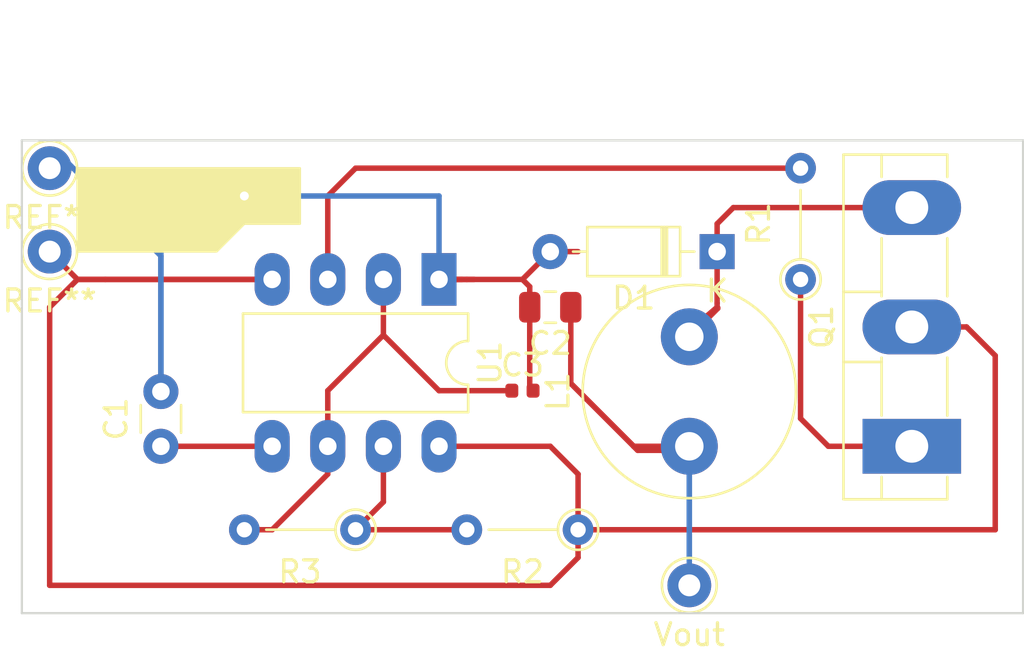
<source format=kicad_pcb>
(kicad_pcb (version 20171130) (host pcbnew "(5.1.5)-3")

  (general
    (thickness 1.6)
    (drawings 5)
    (tracks 91)
    (zones 0)
    (modules 13)
    (nets 10)
  )

  (page A4)
  (layers
    (0 F.Cu signal)
    (31 B.Cu signal)
    (39 F.Mask user)
    (40 Dwgs.User user)
    (44 Edge.Cuts user)
    (45 Margin user)
    (46 B.CrtYd user hide)
    (47 F.CrtYd user)
  )

  (setup
    (last_trace_width 0.25)
    (trace_clearance 0.2)
    (zone_clearance 0.508)
    (zone_45_only no)
    (trace_min 0.2)
    (via_size 0.8)
    (via_drill 0.4)
    (via_min_size 0.4)
    (via_min_drill 0.3)
    (uvia_size 0.3)
    (uvia_drill 0.1)
    (uvias_allowed no)
    (uvia_min_size 0.2)
    (uvia_min_drill 0.1)
    (edge_width 0.05)
    (segment_width 0.2)
    (pcb_text_width 0.3)
    (pcb_text_size 1.5 1.5)
    (mod_edge_width 0.12)
    (mod_text_size 1 1)
    (mod_text_width 0.15)
    (pad_size 2 2)
    (pad_drill 1)
    (pad_to_mask_clearance 0.051)
    (solder_mask_min_width 0.25)
    (aux_axis_origin 0 0)
    (visible_elements FFFFFF7F)
    (pcbplotparams
      (layerselection 0x010fc_ffffffff)
      (usegerberextensions false)
      (usegerberattributes false)
      (usegerberadvancedattributes false)
      (creategerberjobfile false)
      (excludeedgelayer true)
      (linewidth 0.100000)
      (plotframeref false)
      (viasonmask false)
      (mode 1)
      (useauxorigin false)
      (hpglpennumber 1)
      (hpglpenspeed 20)
      (hpglpendiameter 15.000000)
      (psnegative false)
      (psa4output false)
      (plotreference true)
      (plotvalue true)
      (plotinvisibletext false)
      (padsonsilk false)
      (subtractmaskfromsilk false)
      (outputformat 1)
      (mirror false)
      (drillshape 1)
      (scaleselection 1)
      (outputdirectory ""))
  )

  (net 0 "")
  (net 1 "Net-(C1-Pad1)")
  (net 2 GND)
  (net 3 Vout)
  (net 4 "Net-(C3-Pad1)")
  (net 5 "Net-(D1-Pad1)")
  (net 6 Vcc)
  (net 7 "Net-(R1-Pad2)")
  (net 8 "Net-(R2-Pad2)")
  (net 9 "Net-(Q1-Pad1)")

  (net_class Default "This is the default net class."
    (clearance 0.2)
    (trace_width 0.25)
    (via_dia 0.8)
    (via_drill 0.4)
    (uvia_dia 0.3)
    (uvia_drill 0.1)
    (add_net GND)
    (add_net "Net-(C1-Pad1)")
    (add_net "Net-(C3-Pad1)")
    (add_net "Net-(D1-Pad1)")
    (add_net "Net-(Q1-Pad1)")
    (add_net "Net-(R1-Pad2)")
    (add_net "Net-(R2-Pad2)")
    (add_net Vcc)
    (add_net Vout)
  )

  (module Inductor_THT:L_Radial_D9.5mm_P5.00mm_Fastron_07HVP (layer F.Cu) (tedit 5AE59B06) (tstamp 5F4516E4)
    (at 161.29 114.3 90)
    (descr "Inductor, Radial series, Radial, pin pitch=5.00mm, , diameter=9.5mm, Fastron, 07HVP, http://www.fastrongroup.com/image-show/107/07HVP%2007HVP_T.pdf?type=Complete-DataSheet&productType=series")
    (tags "Inductor Radial series Radial pin pitch 5.00mm  diameter 9.5mm Fastron 07HVP")
    (path /5F45A633)
    (fp_text reference L1 (at 2.5 -6 90) (layer F.SilkS)
      (effects (font (size 1 1) (thickness 0.15)))
    )
    (fp_text value L (at 2.5 6 90) (layer F.Fab)
      (effects (font (size 1 1) (thickness 0.15)))
    )
    (fp_text user %R (at 2.5 0 90) (layer F.Fab)
      (effects (font (size 1 1) (thickness 0.15)))
    )
    (fp_circle (center 2.5 0) (end 7.5 0) (layer F.CrtYd) (width 0.05))
    (fp_circle (center 2.5 0) (end 7.37 0) (layer F.SilkS) (width 0.12))
    (fp_circle (center 2.5 0) (end 7.25 0) (layer F.Fab) (width 0.1))
    (pad 2 thru_hole circle (at 5 0 90) (size 2.6 2.6) (drill 1.3) (layers *.Cu *.Mask)
      (net 5 "Net-(D1-Pad1)"))
    (pad 1 thru_hole circle (at 0 0 90) (size 2.6 2.6) (drill 1.3) (layers *.Cu *.Mask)
      (net 3 Vout))
    (model ${KISYS3DMOD}/Inductor_THT.3dshapes/L_Radial_D9.5mm_P5.00mm_Fastron_07HVP.wrl
      (at (xyz 0 0 0))
      (scale (xyz 1 1 1))
      (rotate (xyz 0 0 0))
    )
  )

  (module Connector_Pin:Pin_D1.0mm_L10.0mm (layer F.Cu) (tedit 5A1DC084) (tstamp 5F45DD6A)
    (at 161.29 120.65)
    (descr "solder Pin_ diameter 1.0mm, hole diameter 1.0mm (press fit), length 10.0mm")
    (tags "solder Pin_ press fit")
    (fp_text reference Vout (at 0 2.25) (layer F.SilkS)
      (effects (font (size 1 1) (thickness 0.15)))
    )
    (fp_text value Pin_D1.0mm_L10.0mm (at 0 -2.05) (layer F.Fab)
      (effects (font (size 1 1) (thickness 0.15)))
    )
    (fp_circle (center 0 0) (end 1.25 0.05) (layer F.SilkS) (width 0.12))
    (fp_circle (center 0 0) (end 1 0) (layer F.Fab) (width 0.12))
    (fp_circle (center 0 0) (end 0.5 0) (layer F.Fab) (width 0.12))
    (fp_circle (center 0 0) (end 1.5 0) (layer F.CrtYd) (width 0.05))
    (fp_text user %R (at 0 2.25) (layer F.Fab)
      (effects (font (size 1 1) (thickness 0.15)))
    )
    (pad 1 thru_hole circle (at 0 0) (size 2 2) (drill 1) (layers *.Cu *.Mask))
    (model ${KISYS3DMOD}/Connector_Pin.3dshapes/Pin_D1.0mm_L10.0mm.wrl
      (at (xyz 0 0 0))
      (scale (xyz 1 1 1))
      (rotate (xyz 0 0 0))
    )
  )

  (module Connector_Pin:Pin_D1.0mm_L10.0mm (layer F.Cu) (tedit 5A1DC084) (tstamp 5F45DD19)
    (at 132.08 101.6)
    (descr "solder Pin_ diameter 1.0mm, hole diameter 1.0mm (press fit), length 10.0mm")
    (tags "solder Pin_ press fit")
    (fp_text reference REF** (at 0 2.25) (layer F.SilkS)
      (effects (font (size 1 1) (thickness 0.15)))
    )
    (fp_text value Pin_D1.0mm_L10.0mm (at 0 -2.05) (layer F.Fab)
      (effects (font (size 1 1) (thickness 0.15)))
    )
    (fp_circle (center 0 0) (end 1.25 0.05) (layer F.SilkS) (width 0.12))
    (fp_circle (center 0 0) (end 1 0) (layer F.Fab) (width 0.12))
    (fp_circle (center 0 0) (end 0.5 0) (layer F.Fab) (width 0.12))
    (fp_circle (center 0 0) (end 1.5 0) (layer F.CrtYd) (width 0.05))
    (fp_text user %R (at 0 2.25) (layer F.Fab)
      (effects (font (size 1 1) (thickness 0.15)))
    )
    (pad 1 thru_hole circle (at 0 0) (size 2 2) (drill 1) (layers *.Cu *.Mask))
    (model ${KISYS3DMOD}/Connector_Pin.3dshapes/Pin_D1.0mm_L10.0mm.wrl
      (at (xyz 0 0 0))
      (scale (xyz 1 1 1))
      (rotate (xyz 0 0 0))
    )
  )

  (module Connector_Pin:Pin_D1.0mm_L10.0mm (layer F.Cu) (tedit 5F44E9F8) (tstamp 5F45DB1A)
    (at 132.08 105.41)
    (descr "solder Pin_ diameter 1.0mm, hole diameter 1.0mm (press fit), length 10.0mm")
    (tags "solder Pin_ press fit")
    (fp_text reference REF** (at 0 2.25) (layer F.SilkS)
      (effects (font (size 1 1) (thickness 0.15)))
    )
    (fp_text value Pin_D1.0mm_L10.0mm (at 0 -2.05) (layer F.Fab)
      (effects (font (size 1 1) (thickness 0.15)))
    )
    (fp_circle (center 0 0) (end 1.25 0.05) (layer F.SilkS) (width 0.12))
    (fp_circle (center 0 0) (end 1 0) (layer F.Fab) (width 0.12))
    (fp_circle (center 0 0) (end 0.5 0) (layer F.Fab) (width 0.12))
    (fp_circle (center 0 0) (end 1.5 0) (layer F.CrtYd) (width 0.05))
    (fp_text user %R (at 0 2.25) (layer F.Fab)
      (effects (font (size 1 1) (thickness 0.15)))
    )
    (pad 2 thru_hole circle (at 0 0) (size 2 2) (drill 1) (layers *.Cu *.Mask))
    (model ${KISYS3DMOD}/Connector_Pin.3dshapes/Pin_D1.0mm_L10.0mm.wrl
      (at (xyz 0 0 0))
      (scale (xyz 1 1 1))
      (rotate (xyz 0 0 0))
    )
  )

  (module Capacitor_SMD:C_0805_2012Metric (layer F.Cu) (tedit 5B36C52B) (tstamp 5F451691)
    (at 154.94 107.95 180)
    (descr "Capacitor SMD 0805 (2012 Metric), square (rectangular) end terminal, IPC_7351 nominal, (Body size source: https://docs.google.com/spreadsheets/d/1BsfQQcO9C6DZCsRaXUlFlo91Tg2WpOkGARC1WS5S8t0/edit?usp=sharing), generated with kicad-footprint-generator")
    (tags capacitor)
    (path /5F45C9CF)
    (attr smd)
    (fp_text reference C2 (at 0 -1.65) (layer F.SilkS)
      (effects (font (size 1 1) (thickness 0.15)))
    )
    (fp_text value C_Small (at 0 1.65) (layer F.Fab)
      (effects (font (size 1 1) (thickness 0.15)))
    )
    (fp_line (start -1 0.6) (end -1 -0.6) (layer F.Fab) (width 0.1))
    (fp_line (start -1 -0.6) (end 1 -0.6) (layer F.Fab) (width 0.1))
    (fp_line (start 1 -0.6) (end 1 0.6) (layer F.Fab) (width 0.1))
    (fp_line (start 1 0.6) (end -1 0.6) (layer F.Fab) (width 0.1))
    (fp_line (start -0.258578 -0.71) (end 0.258578 -0.71) (layer F.SilkS) (width 0.12))
    (fp_line (start -0.258578 0.71) (end 0.258578 0.71) (layer F.SilkS) (width 0.12))
    (fp_line (start -1.68 0.95) (end -1.68 -0.95) (layer F.CrtYd) (width 0.05))
    (fp_line (start -1.68 -0.95) (end 1.68 -0.95) (layer F.CrtYd) (width 0.05))
    (fp_line (start 1.68 -0.95) (end 1.68 0.95) (layer F.CrtYd) (width 0.05))
    (fp_line (start 1.68 0.95) (end -1.68 0.95) (layer F.CrtYd) (width 0.05))
    (fp_text user %R (at 0 0) (layer F.Fab)
      (effects (font (size 0.5 0.5) (thickness 0.08)))
    )
    (pad 1 smd roundrect (at -0.9375 0 180) (size 0.975 1.4) (layers F.Cu F.Paste F.Mask) (roundrect_rratio 0.25)
      (net 3 Vout))
    (pad 2 smd roundrect (at 0.9375 0 180) (size 0.975 1.4) (layers F.Cu F.Paste F.Mask) (roundrect_rratio 0.25)
      (net 2 GND))
    (model ${KISYS3DMOD}/Capacitor_SMD.3dshapes/C_0805_2012Metric.wrl
      (at (xyz 0 0 0))
      (scale (xyz 1 1 1))
      (rotate (xyz 0 0 0))
    )
  )

  (module Package_DIP:DIP-8_W7.62mm_LongPads (layer F.Cu) (tedit 5A02E8C5) (tstamp 5F451742)
    (at 149.86 106.68 270)
    (descr "8-lead though-hole mounted DIP package, row spacing 7.62 mm (300 mils), LongPads")
    (tags "THT DIP DIL PDIP 2.54mm 7.62mm 300mil LongPads")
    (path /5F44AF13)
    (fp_text reference U1 (at 3.81 -2.33 90) (layer F.SilkS)
      (effects (font (size 1 1) (thickness 0.15)))
    )
    (fp_text value NE555 (at 3.81 9.95 90) (layer F.Fab)
      (effects (font (size 1 1) (thickness 0.15)))
    )
    (fp_arc (start 3.81 -1.33) (end 2.81 -1.33) (angle -180) (layer F.SilkS) (width 0.12))
    (fp_line (start 1.635 -1.27) (end 6.985 -1.27) (layer F.Fab) (width 0.1))
    (fp_line (start 6.985 -1.27) (end 6.985 8.89) (layer F.Fab) (width 0.1))
    (fp_line (start 6.985 8.89) (end 0.635 8.89) (layer F.Fab) (width 0.1))
    (fp_line (start 0.635 8.89) (end 0.635 -0.27) (layer F.Fab) (width 0.1))
    (fp_line (start 0.635 -0.27) (end 1.635 -1.27) (layer F.Fab) (width 0.1))
    (fp_line (start 2.81 -1.33) (end 1.56 -1.33) (layer F.SilkS) (width 0.12))
    (fp_line (start 1.56 -1.33) (end 1.56 8.95) (layer F.SilkS) (width 0.12))
    (fp_line (start 1.56 8.95) (end 6.06 8.95) (layer F.SilkS) (width 0.12))
    (fp_line (start 6.06 8.95) (end 6.06 -1.33) (layer F.SilkS) (width 0.12))
    (fp_line (start 6.06 -1.33) (end 4.81 -1.33) (layer F.SilkS) (width 0.12))
    (fp_line (start -1.45 -1.55) (end -1.45 9.15) (layer F.CrtYd) (width 0.05))
    (fp_line (start -1.45 9.15) (end 9.1 9.15) (layer F.CrtYd) (width 0.05))
    (fp_line (start 9.1 9.15) (end 9.1 -1.55) (layer F.CrtYd) (width 0.05))
    (fp_line (start 9.1 -1.55) (end -1.45 -1.55) (layer F.CrtYd) (width 0.05))
    (fp_text user %R (at -11.635001 -7.925001 90) (layer F.Fab)
      (effects (font (size 1 1) (thickness 0.15)))
    )
    (pad 1 thru_hole rect (at 0 0 270) (size 2.4 1.6) (drill 0.8) (layers *.Cu *.Mask)
      (net 2 GND))
    (pad 5 thru_hole oval (at 7.62 7.62 270) (size 2.4 1.6) (drill 0.8) (layers *.Cu *.Mask)
      (net 1 "Net-(C1-Pad1)"))
    (pad 2 thru_hole oval (at 0 2.54 270) (size 2.4 1.6) (drill 0.8) (layers *.Cu *.Mask)
      (net 4 "Net-(C3-Pad1)"))
    (pad 6 thru_hole oval (at 7.62 5.08 270) (size 2.4 1.6) (drill 0.8) (layers *.Cu *.Mask)
      (net 4 "Net-(C3-Pad1)"))
    (pad 3 thru_hole oval (at 0 5.08 270) (size 2.4 1.6) (drill 0.8) (layers *.Cu *.Mask)
      (net 7 "Net-(R1-Pad2)"))
    (pad 7 thru_hole oval (at 7.62 2.54 270) (size 2.4 1.6) (drill 0.8) (layers *.Cu *.Mask)
      (net 8 "Net-(R2-Pad2)"))
    (pad 4 thru_hole oval (at 0 7.62 270) (size 2.4 1.6) (drill 0.8) (layers *.Cu *.Mask)
      (net 6 Vcc))
    (pad 8 thru_hole oval (at 7.62 0 270) (size 2.4 1.6) (drill 0.8) (layers *.Cu *.Mask)
      (net 6 Vcc))
    (model ${KISYS3DMOD}/Package_DIP.3dshapes/DIP-8_W7.62mm.wrl
      (at (xyz 0 0 0))
      (scale (xyz 1 1 1))
      (rotate (xyz 0 0 0))
    )
  )

  (module Capacitor_THT:C_Disc_D3.0mm_W1.6mm_P2.50mm (layer F.Cu) (tedit 5AE50EF0) (tstamp 5F451680)
    (at 137.16 114.3 90)
    (descr "C, Disc series, Radial, pin pitch=2.50mm, , diameter*width=3.0*1.6mm^2, Capacitor, http://www.vishay.com/docs/45233/krseries.pdf")
    (tags "C Disc series Radial pin pitch 2.50mm  diameter 3.0mm width 1.6mm Capacitor")
    (path /5F468CE5)
    (fp_text reference C1 (at 1.25 -2.05 90) (layer F.SilkS)
      (effects (font (size 1 1) (thickness 0.15)))
    )
    (fp_text value C_Small (at 1.25 2.05 90) (layer F.Fab)
      (effects (font (size 1 1) (thickness 0.15)))
    )
    (fp_line (start -0.25 -0.8) (end -0.25 0.8) (layer F.Fab) (width 0.1))
    (fp_line (start -0.25 0.8) (end 2.75 0.8) (layer F.Fab) (width 0.1))
    (fp_line (start 2.75 0.8) (end 2.75 -0.8) (layer F.Fab) (width 0.1))
    (fp_line (start 2.75 -0.8) (end -0.25 -0.8) (layer F.Fab) (width 0.1))
    (fp_line (start 0.621 -0.92) (end 1.879 -0.92) (layer F.SilkS) (width 0.12))
    (fp_line (start 0.621 0.92) (end 1.879 0.92) (layer F.SilkS) (width 0.12))
    (fp_line (start -1.05 -1.05) (end -1.05 1.05) (layer F.CrtYd) (width 0.05))
    (fp_line (start -1.05 1.05) (end 3.55 1.05) (layer F.CrtYd) (width 0.05))
    (fp_line (start 3.55 1.05) (end 3.55 -1.05) (layer F.CrtYd) (width 0.05))
    (fp_line (start 3.55 -1.05) (end -1.05 -1.05) (layer F.CrtYd) (width 0.05))
    (fp_text user %R (at 1.25 0 90) (layer F.Fab)
      (effects (font (size 0.6 0.6) (thickness 0.09)))
    )
    (pad 1 thru_hole circle (at 0 0 90) (size 1.6 1.6) (drill 0.8) (layers *.Cu *.Mask)
      (net 1 "Net-(C1-Pad1)"))
    (pad 2 thru_hole circle (at 2.5 0 90) (size 1.6 1.6) (drill 0.8) (layers *.Cu *.Mask)
      (net 2 GND))
    (model ${KISYS3DMOD}/Capacitor_THT.3dshapes/C_Disc_D3.0mm_W1.6mm_P2.50mm.wrl
      (at (xyz 0 0 0))
      (scale (xyz 1 1 1))
      (rotate (xyz 0 0 0))
    )
  )

  (module Capacitor_SMD:C_0402_1005Metric (layer F.Cu) (tedit 5B301BBE) (tstamp 5F4516A0)
    (at 153.67 111.76)
    (descr "Capacitor SMD 0402 (1005 Metric), square (rectangular) end terminal, IPC_7351 nominal, (Body size source: http://www.tortai-tech.com/upload/download/2011102023233369053.pdf), generated with kicad-footprint-generator")
    (tags capacitor)
    (path /5F462903)
    (attr smd)
    (fp_text reference C3 (at 0 -1.17) (layer F.SilkS)
      (effects (font (size 1 1) (thickness 0.15)))
    )
    (fp_text value C_Small (at 0 1.17) (layer F.Fab)
      (effects (font (size 1 1) (thickness 0.15)))
    )
    (fp_line (start -0.5 0.25) (end -0.5 -0.25) (layer F.Fab) (width 0.1))
    (fp_line (start -0.5 -0.25) (end 0.5 -0.25) (layer F.Fab) (width 0.1))
    (fp_line (start 0.5 -0.25) (end 0.5 0.25) (layer F.Fab) (width 0.1))
    (fp_line (start 0.5 0.25) (end -0.5 0.25) (layer F.Fab) (width 0.1))
    (fp_line (start -0.93 0.47) (end -0.93 -0.47) (layer F.CrtYd) (width 0.05))
    (fp_line (start -0.93 -0.47) (end 0.93 -0.47) (layer F.CrtYd) (width 0.05))
    (fp_line (start 0.93 -0.47) (end 0.93 0.47) (layer F.CrtYd) (width 0.05))
    (fp_line (start 0.93 0.47) (end -0.93 0.47) (layer F.CrtYd) (width 0.05))
    (fp_text user %R (at 0 0) (layer F.Fab)
      (effects (font (size 0.25 0.25) (thickness 0.04)))
    )
    (pad 1 smd roundrect (at -0.485 0) (size 0.59 0.64) (layers F.Cu F.Paste F.Mask) (roundrect_rratio 0.25)
      (net 4 "Net-(C3-Pad1)"))
    (pad 2 smd roundrect (at 0.485 0) (size 0.59 0.64) (layers F.Cu F.Paste F.Mask) (roundrect_rratio 0.25)
      (net 2 GND))
    (model ${KISYS3DMOD}/Capacitor_SMD.3dshapes/C_0402_1005Metric.wrl
      (at (xyz 0 0 0))
      (scale (xyz 1 1 1))
      (rotate (xyz 0 0 0))
    )
  )

  (module Diode_THT:D_DO-35_SOD27_P7.62mm_Horizontal (layer F.Cu) (tedit 5AE50CD5) (tstamp 5F4516BF)
    (at 162.56 105.41 180)
    (descr "Diode, DO-35_SOD27 series, Axial, Horizontal, pin pitch=7.62mm, , length*diameter=4*2mm^2, , http://www.diodes.com/_files/packages/DO-35.pdf")
    (tags "Diode DO-35_SOD27 series Axial Horizontal pin pitch 7.62mm  length 4mm diameter 2mm")
    (path /5F44F667)
    (fp_text reference D1 (at 3.81 -2.12) (layer F.SilkS)
      (effects (font (size 1 1) (thickness 0.15)))
    )
    (fp_text value 1N4148 (at 3.81 2.12) (layer F.Fab)
      (effects (font (size 1 1) (thickness 0.15)))
    )
    (fp_line (start 1.81 -1) (end 1.81 1) (layer F.Fab) (width 0.1))
    (fp_line (start 1.81 1) (end 5.81 1) (layer F.Fab) (width 0.1))
    (fp_line (start 5.81 1) (end 5.81 -1) (layer F.Fab) (width 0.1))
    (fp_line (start 5.81 -1) (end 1.81 -1) (layer F.Fab) (width 0.1))
    (fp_line (start 0 0) (end 1.81 0) (layer F.Fab) (width 0.1))
    (fp_line (start 7.62 0) (end 5.81 0) (layer F.Fab) (width 0.1))
    (fp_line (start 2.41 -1) (end 2.41 1) (layer F.Fab) (width 0.1))
    (fp_line (start 2.51 -1) (end 2.51 1) (layer F.Fab) (width 0.1))
    (fp_line (start 2.31 -1) (end 2.31 1) (layer F.Fab) (width 0.1))
    (fp_line (start 1.69 -1.12) (end 1.69 1.12) (layer F.SilkS) (width 0.12))
    (fp_line (start 1.69 1.12) (end 5.93 1.12) (layer F.SilkS) (width 0.12))
    (fp_line (start 5.93 1.12) (end 5.93 -1.12) (layer F.SilkS) (width 0.12))
    (fp_line (start 5.93 -1.12) (end 1.69 -1.12) (layer F.SilkS) (width 0.12))
    (fp_line (start 1.04 0) (end 1.69 0) (layer F.SilkS) (width 0.12))
    (fp_line (start 6.58 0) (end 5.93 0) (layer F.SilkS) (width 0.12))
    (fp_line (start 2.41 -1.12) (end 2.41 1.12) (layer F.SilkS) (width 0.12))
    (fp_line (start 2.53 -1.12) (end 2.53 1.12) (layer F.SilkS) (width 0.12))
    (fp_line (start 2.29 -1.12) (end 2.29 1.12) (layer F.SilkS) (width 0.12))
    (fp_line (start -1.05 -1.25) (end -1.05 1.25) (layer F.CrtYd) (width 0.05))
    (fp_line (start -1.05 1.25) (end 8.67 1.25) (layer F.CrtYd) (width 0.05))
    (fp_line (start 8.67 1.25) (end 8.67 -1.25) (layer F.CrtYd) (width 0.05))
    (fp_line (start 8.67 -1.25) (end -1.05 -1.25) (layer F.CrtYd) (width 0.05))
    (fp_text user %R (at 4.11 0) (layer F.Fab)
      (effects (font (size 0.8 0.8) (thickness 0.12)))
    )
    (fp_text user K (at 0 -1.8) (layer F.Fab)
      (effects (font (size 1 1) (thickness 0.15)))
    )
    (fp_text user K (at 0 -1.8) (layer F.SilkS)
      (effects (font (size 1 1) (thickness 0.15)))
    )
    (pad 1 thru_hole rect (at 0 0 180) (size 1.6 1.6) (drill 0.8) (layers *.Cu *.Mask)
      (net 5 "Net-(D1-Pad1)"))
    (pad 2 thru_hole oval (at 7.62 0 180) (size 1.6 1.6) (drill 0.8) (layers *.Cu *.Mask)
      (net 2 GND))
    (model ${KISYS3DMOD}/Diode_THT.3dshapes/D_DO-35_SOD27_P7.62mm_Horizontal.wrl
      (at (xyz 0 0 0))
      (scale (xyz 1 1 1))
      (rotate (xyz 0 0 0))
    )
  )

  (module Resistor_THT:R_Axial_DIN0204_L3.6mm_D1.6mm_P5.08mm_Vertical (layer F.Cu) (tedit 5AE5139B) (tstamp 5F451708)
    (at 166.37 106.68 90)
    (descr "Resistor, Axial_DIN0204 series, Axial, Vertical, pin pitch=5.08mm, 0.167W, length*diameter=3.6*1.6mm^2, http://cdn-reichelt.de/documents/datenblatt/B400/1_4W%23YAG.pdf")
    (tags "Resistor Axial_DIN0204 series Axial Vertical pin pitch 5.08mm 0.167W length 3.6mm diameter 1.6mm")
    (path /5F46AC3A)
    (fp_text reference R1 (at 2.54 -1.92 90) (layer F.SilkS)
      (effects (font (size 1 1) (thickness 0.15)))
    )
    (fp_text value R_Small (at 2.54 1.92 90) (layer F.Fab)
      (effects (font (size 1 1) (thickness 0.15)))
    )
    (fp_circle (center 0 0) (end 0.8 0) (layer F.Fab) (width 0.1))
    (fp_circle (center 0 0) (end 0.92 0) (layer F.SilkS) (width 0.12))
    (fp_line (start 0 0) (end 5.08 0) (layer F.Fab) (width 0.1))
    (fp_line (start 0.92 0) (end 4.08 0) (layer F.SilkS) (width 0.12))
    (fp_line (start -1.05 -1.05) (end -1.05 1.05) (layer F.CrtYd) (width 0.05))
    (fp_line (start -1.05 1.05) (end 6.03 1.05) (layer F.CrtYd) (width 0.05))
    (fp_line (start 6.03 1.05) (end 6.03 -1.05) (layer F.CrtYd) (width 0.05))
    (fp_line (start 6.03 -1.05) (end -1.05 -1.05) (layer F.CrtYd) (width 0.05))
    (fp_text user %R (at 2.54 -1.92 90) (layer F.Fab)
      (effects (font (size 1 1) (thickness 0.15)))
    )
    (pad 1 thru_hole circle (at 0 0 90) (size 1.4 1.4) (drill 0.7) (layers *.Cu *.Mask)
      (net 9 "Net-(Q1-Pad1)"))
    (pad 2 thru_hole oval (at 5.08 0 90) (size 1.4 1.4) (drill 0.7) (layers *.Cu *.Mask)
      (net 7 "Net-(R1-Pad2)"))
    (model ${KISYS3DMOD}/Resistor_THT.3dshapes/R_Axial_DIN0204_L3.6mm_D1.6mm_P5.08mm_Vertical.wrl
      (at (xyz 0 0 0))
      (scale (xyz 1 1 1))
      (rotate (xyz 0 0 0))
    )
  )

  (module Resistor_THT:R_Axial_DIN0204_L3.6mm_D1.6mm_P5.08mm_Vertical (layer F.Cu) (tedit 5AE5139B) (tstamp 5F451717)
    (at 156.21 118.11 180)
    (descr "Resistor, Axial_DIN0204 series, Axial, Vertical, pin pitch=5.08mm, 0.167W, length*diameter=3.6*1.6mm^2, http://cdn-reichelt.de/documents/datenblatt/B400/1_4W%23YAG.pdf")
    (tags "Resistor Axial_DIN0204 series Axial Vertical pin pitch 5.08mm 0.167W length 3.6mm diameter 1.6mm")
    (path /5F465E96)
    (fp_text reference R2 (at 2.54 -1.92) (layer F.SilkS)
      (effects (font (size 1 1) (thickness 0.15)))
    )
    (fp_text value R_Small (at 2.54 1.92) (layer F.Fab)
      (effects (font (size 1 1) (thickness 0.15)))
    )
    (fp_circle (center 0 0) (end 0.8 0) (layer F.Fab) (width 0.1))
    (fp_circle (center 0 0) (end 0.92 0) (layer F.SilkS) (width 0.12))
    (fp_line (start 0 0) (end 5.08 0) (layer F.Fab) (width 0.1))
    (fp_line (start 0.92 0) (end 4.08 0) (layer F.SilkS) (width 0.12))
    (fp_line (start -1.05 -1.05) (end -1.05 1.05) (layer F.CrtYd) (width 0.05))
    (fp_line (start -1.05 1.05) (end 6.03 1.05) (layer F.CrtYd) (width 0.05))
    (fp_line (start 6.03 1.05) (end 6.03 -1.05) (layer F.CrtYd) (width 0.05))
    (fp_line (start 6.03 -1.05) (end -1.05 -1.05) (layer F.CrtYd) (width 0.05))
    (fp_text user %R (at 2.54 -1.92) (layer F.Fab)
      (effects (font (size 1 1) (thickness 0.15)))
    )
    (pad 1 thru_hole circle (at 0 0 180) (size 1.4 1.4) (drill 0.7) (layers *.Cu *.Mask)
      (net 6 Vcc))
    (pad 2 thru_hole oval (at 5.08 0 180) (size 1.4 1.4) (drill 0.7) (layers *.Cu *.Mask)
      (net 8 "Net-(R2-Pad2)"))
    (model ${KISYS3DMOD}/Resistor_THT.3dshapes/R_Axial_DIN0204_L3.6mm_D1.6mm_P5.08mm_Vertical.wrl
      (at (xyz 0 0 0))
      (scale (xyz 1 1 1))
      (rotate (xyz 0 0 0))
    )
  )

  (module Resistor_THT:R_Axial_DIN0204_L3.6mm_D1.6mm_P5.08mm_Vertical (layer F.Cu) (tedit 5AE5139B) (tstamp 5F451726)
    (at 146.05 118.11 180)
    (descr "Resistor, Axial_DIN0204 series, Axial, Vertical, pin pitch=5.08mm, 0.167W, length*diameter=3.6*1.6mm^2, http://cdn-reichelt.de/documents/datenblatt/B400/1_4W%23YAG.pdf")
    (tags "Resistor Axial_DIN0204 series Axial Vertical pin pitch 5.08mm 0.167W length 3.6mm diameter 1.6mm")
    (path /5F467567)
    (fp_text reference R3 (at 2.54 -1.92) (layer F.SilkS)
      (effects (font (size 1 1) (thickness 0.15)))
    )
    (fp_text value R_Small (at 2.54 1.92) (layer F.Fab)
      (effects (font (size 1 1) (thickness 0.15)))
    )
    (fp_text user %R (at 2.54 -1.92) (layer F.Fab)
      (effects (font (size 1 1) (thickness 0.15)))
    )
    (fp_line (start 6.03 -1.05) (end -1.05 -1.05) (layer F.CrtYd) (width 0.05))
    (fp_line (start 6.03 1.05) (end 6.03 -1.05) (layer F.CrtYd) (width 0.05))
    (fp_line (start -1.05 1.05) (end 6.03 1.05) (layer F.CrtYd) (width 0.05))
    (fp_line (start -1.05 -1.05) (end -1.05 1.05) (layer F.CrtYd) (width 0.05))
    (fp_line (start 0.92 0) (end 4.08 0) (layer F.SilkS) (width 0.12))
    (fp_line (start 0 0) (end 5.08 0) (layer F.Fab) (width 0.1))
    (fp_circle (center 0 0) (end 0.92 0) (layer F.SilkS) (width 0.12))
    (fp_circle (center 0 0) (end 0.8 0) (layer F.Fab) (width 0.1))
    (pad 2 thru_hole oval (at 5.08 0 180) (size 1.4 1.4) (drill 0.7) (layers *.Cu *.Mask)
      (net 4 "Net-(C3-Pad1)"))
    (pad 1 thru_hole circle (at 0 0 180) (size 1.4 1.4) (drill 0.7) (layers *.Cu *.Mask)
      (net 8 "Net-(R2-Pad2)"))
    (model ${KISYS3DMOD}/Resistor_THT.3dshapes/R_Axial_DIN0204_L3.6mm_D1.6mm_P5.08mm_Vertical.wrl
      (at (xyz 0 0 0))
      (scale (xyz 1 1 1))
      (rotate (xyz 0 0 0))
    )
  )

  (module Package_TO_SOT_THT:TO-3P-3_Vertical (layer F.Cu) (tedit 5AC8701B) (tstamp 5F451F56)
    (at 171.45 114.3 90)
    (descr "TO-3P-3, Vertical, RM 5.45mm, , see https://toshiba.semicon-storage.com/ap-en/design-support/package/detail.TO-3P(N).html")
    (tags "TO-3P-3 Vertical RM 5.45mm ")
    (path /5F4748D1)
    (fp_text reference Q1 (at 5.45 -4.12 90) (layer F.SilkS)
      (effects (font (size 1 1) (thickness 0.15)))
    )
    (fp_text value Q_NPN_BCE (at 5.45 3.5 90) (layer F.Fab)
      (effects (font (size 1 1) (thickness 0.15)))
    )
    (fp_line (start -2.3 -3) (end -2.3 1.5) (layer F.Fab) (width 0.1))
    (fp_line (start -2.3 1.5) (end 13.2 1.5) (layer F.Fab) (width 0.1))
    (fp_line (start 13.2 1.5) (end 13.2 -3) (layer F.Fab) (width 0.1))
    (fp_line (start 13.2 -3) (end -2.3 -3) (layer F.Fab) (width 0.1))
    (fp_line (start -2.3 -1.5) (end 13.2 -1.5) (layer F.Fab) (width 0.1))
    (fp_line (start 3.85 -3) (end 3.85 -1.5) (layer F.Fab) (width 0.1))
    (fp_line (start 7.05 -3) (end 7.05 -1.5) (layer F.Fab) (width 0.1))
    (fp_line (start -2.42 -3.12) (end 13.32 -3.12) (layer F.SilkS) (width 0.12))
    (fp_line (start -2.42 1.62) (end -1.4 1.62) (layer F.SilkS) (width 0.12))
    (fp_line (start 1.4 1.62) (end 4.051 1.62) (layer F.SilkS) (width 0.12))
    (fp_line (start 6.85 1.62) (end 9.5 1.62) (layer F.SilkS) (width 0.12))
    (fp_line (start 12.3 1.62) (end 13.32 1.62) (layer F.SilkS) (width 0.12))
    (fp_line (start -2.42 -3.12) (end -2.42 1.62) (layer F.SilkS) (width 0.12))
    (fp_line (start 13.32 -3.12) (end 13.32 1.62) (layer F.SilkS) (width 0.12))
    (fp_line (start -2.42 -1.38) (end -1.4 -1.38) (layer F.SilkS) (width 0.12))
    (fp_line (start 1.4 -1.38) (end 4.051 -1.38) (layer F.SilkS) (width 0.12))
    (fp_line (start 6.85 -1.38) (end 9.5 -1.38) (layer F.SilkS) (width 0.12))
    (fp_line (start 12.3 -1.38) (end 13.32 -1.38) (layer F.SilkS) (width 0.12))
    (fp_line (start 3.85 -3.12) (end 3.85 -1.38) (layer F.SilkS) (width 0.12))
    (fp_line (start 7.051 -3.12) (end 7.051 -1.38) (layer F.SilkS) (width 0.12))
    (fp_line (start -2.55 -3.25) (end -2.55 2.5) (layer F.CrtYd) (width 0.05))
    (fp_line (start -2.55 2.5) (end 13.45 2.5) (layer F.CrtYd) (width 0.05))
    (fp_line (start 13.45 2.5) (end 13.45 -3.25) (layer F.CrtYd) (width 0.05))
    (fp_line (start 13.45 -3.25) (end -2.55 -3.25) (layer F.CrtYd) (width 0.05))
    (fp_text user %R (at 5.45 -4.12 90) (layer F.Fab)
      (effects (font (size 1 1) (thickness 0.15)))
    )
    (pad 1 thru_hole rect (at 0 0 90) (size 2.5 4.5) (drill 1.5) (layers *.Cu *.Mask)
      (net 9 "Net-(Q1-Pad1)"))
    (pad 2 thru_hole oval (at 5.45 0 90) (size 2.5 4.5) (drill 1.5) (layers *.Cu *.Mask)
      (net 6 Vcc))
    (pad 3 thru_hole oval (at 10.9 0 90) (size 2.5 4.5) (drill 1.5) (layers *.Cu *.Mask)
      (net 5 "Net-(D1-Pad1)"))
    (model ${KISYS3DMOD}/Package_TO_SOT_THT.3dshapes/TO-3P-3_Vertical.wrl
      (at (xyz 0 0 0))
      (scale (xyz 1 1 1))
      (rotate (xyz 0 0 0))
    )
  )

  (gr_poly (pts (xy 143.51 104.14) (xy 140.97 104.14) (xy 139.7 105.41) (xy 133.35 105.41) (xy 133.35 101.6) (xy 143.51 101.6)) (layer F.SilkS) (width 0.1))
  (gr_line (start 176.53 100.33) (end 176.53 121.92) (layer Edge.Cuts) (width 0.1))
  (gr_line (start 130.81 100.33) (end 176.53 100.33) (layer Edge.Cuts) (width 0.1))
  (gr_line (start 130.81 121.92) (end 130.81 100.33) (layer Edge.Cuts) (width 0.1))
  (gr_line (start 176.53 121.92) (end 130.81 121.92) (layer Edge.Cuts) (width 0.1))

  (via (at 132.08 101.6) (size 0.8) (drill 0.4) (layers F.Cu B.Cu) (net 0))
  (via (at 132.08 101.6) (size 0.8) (drill 0.4) (layers F.Cu B.Cu) (net 0))
  (via (at 161.29 120.65) (size 0.8) (drill 0.4) (layers F.Cu B.Cu) (net 3))
  (segment (start 137.16 114.3) (end 142.24 114.3) (width 0.25) (layer F.Cu) (net 1))
  (segment (start 150.91 106.68) (end 149.86 106.68) (width 0.25) (layer F.Cu) (net 2))
  (segment (start 149.86 106.68) (end 149.86 106.68) (width 0.25) (layer F.Cu) (net 2))
  (segment (start 154.94 105.41) (end 153.67 106.68) (width 0.25) (layer F.Cu) (net 2))
  (segment (start 153.67 106.68) (end 151.13 106.68) (width 0.25) (layer F.Cu) (net 2))
  (segment (start 151.13 106.68) (end 149.86 106.68) (width 0.25) (layer F.Cu) (net 2))
  (segment (start 154.94 105.41) (end 156.21 105.41) (width 0.25) (layer F.Cu) (net 2))
  (segment (start 149.86 106.68) (end 151.4625 106.68) (width 0.25) (layer F.Cu) (net 2) (tstamp 5F45D9AF))
  (via (at 149.86 106.68) (size 0.8) (drill 0.4) (layers F.Cu B.Cu) (net 2))
  (segment (start 149.86 102.87) (end 149.86 106.68) (width 0.25) (layer B.Cu) (net 2))
  (segment (start 138.43 102.87) (end 140.97 102.87) (width 0.25) (layer B.Cu) (net 2))
  (segment (start 137.16 104.14) (end 138.43 102.87) (width 0.25) (layer B.Cu) (net 2))
  (segment (start 137.16 105.41) (end 137.16 104.14) (width 0.25) (layer B.Cu) (net 2) (tstamp 5F45D9B9))
  (segment (start 137.16 105.41) (end 137.16 111.76) (width 0.25) (layer B.Cu) (net 2))
  (segment (start 149.86 106.68) (end 149.86 106.68) (width 0.25) (layer B.Cu) (net 2) (tstamp 5F45DC63))
  (via (at 149.86 106.68) (size 0.8) (drill 0.4) (layers F.Cu B.Cu) (net 2))
  (segment (start 140.97 102.87) (end 140.97 102.87) (width 0.25) (layer B.Cu) (net 2) (tstamp 5F45DC8C))
  (via (at 140.97 102.87) (size 0.8) (drill 0.4) (layers F.Cu B.Cu) (net 2))
  (segment (start 140.97 102.87) (end 149.86 102.87) (width 0.25) (layer B.Cu) (net 2) (tstamp 5F45DCDD))
  (via (at 140.97 102.87) (size 0.8) (drill 0.4) (layers F.Cu B.Cu) (net 2))
  (segment (start 137.16 111.76) (end 137.16 111.8) (width 0.25) (layer B.Cu) (net 2) (tstamp 5F45DCE7))
  (via (at 137.16 111.76) (size 0.8) (drill 0.4) (layers F.Cu B.Cu) (net 2))
  (segment (start 137.16 105.606998) (end 132.428001 100.874999) (width 0.25) (layer B.Cu) (net 2))
  (segment (start 137.16 111.76) (end 137.16 105.606998) (width 0.25) (layer B.Cu) (net 2))
  (segment (start 132.428001 100.874999) (end 132.08 100.874999) (width 0.25) (layer B.Cu) (net 2))
  (segment (start 154.0025 107.0125) (end 154.0025 107.95) (width 0.25) (layer F.Cu) (net 2))
  (segment (start 153.67 106.68) (end 154.0025 107.0125) (width 0.25) (layer F.Cu) (net 2))
  (segment (start 154.0025 111.6075) (end 154.155 111.76) (width 0.25) (layer F.Cu) (net 2))
  (segment (start 154.0025 107.95) (end 154.0025 111.6075) (width 0.25) (layer F.Cu) (net 2))
  (segment (start 155.8775 111.4275) (end 158.935 114.485) (width 0.25) (layer F.Cu) (net 3))
  (segment (start 161.29 114.485) (end 161.29 114.485) (width 0.25) (layer F.Cu) (net 3) (tstamp 5F45DD1B))
  (segment (start 161.29 114.485) (end 161.29 114.485) (width 0.25) (layer F.Cu) (net 3) (tstamp 5F45DD2C))
  (via (at 161.29 114.485) (size 0.8) (drill 0.4) (layers F.Cu B.Cu) (net 3))
  (segment (start 161.29 114.485) (end 161.29 120.65) (width 0.25) (layer B.Cu) (net 3))
  (segment (start 158.935 114.485) (end 158.75 114.3) (width 0.25) (layer F.Cu) (net 3))
  (segment (start 161.29 114.485) (end 158.935 114.485) (width 0.25) (layer F.Cu) (net 3))
  (segment (start 161.29 114.3) (end 161.29 119.324999) (width 0.25) (layer B.Cu) (net 3))
  (segment (start 155.8775 107.95) (end 155.8775 111.4275) (width 0.25) (layer F.Cu) (net 3))
  (segment (start 158.75 114.3) (end 161.29 114.3) (width 0.25) (layer F.Cu) (net 3))
  (segment (start 155.8775 111.4275) (end 158.75 114.3) (width 0.25) (layer F.Cu) (net 3))
  (segment (start 141.15 118.11) (end 140.97 118.11) (width 0.25) (layer F.Cu) (net 4))
  (segment (start 140.67 117.81) (end 140.97 118.11) (width 0.25) (layer F.Cu) (net 4))
  (segment (start 147.32 106.68) (end 147.32 109.22) (width 0.25) (layer F.Cu) (net 4))
  (segment (start 147.32 109.22) (end 144.78 111.76) (width 0.25) (layer F.Cu) (net 4))
  (segment (start 144.78 111.76) (end 144.78 114.3) (width 0.25) (layer F.Cu) (net 4))
  (segment (start 142.24 118.11) (end 140.97 118.11) (width 0.25) (layer F.Cu) (net 4))
  (segment (start 144.78 114.3) (end 144.78 115.57) (width 0.25) (layer F.Cu) (net 4))
  (segment (start 144.78 115.57) (end 142.24 118.11) (width 0.25) (layer F.Cu) (net 4))
  (segment (start 147.32 109.22) (end 149.86 111.76) (width 0.25) (layer F.Cu) (net 4))
  (segment (start 149.86 111.76) (end 153.185 111.76) (width 0.25) (layer F.Cu) (net 4))
  (segment (start 162.56 105.41) (end 162.56 107.765) (width 0.25) (layer F.Cu) (net 5))
  (segment (start 162.56 104.14) (end 162.56 105.41) (width 0.25) (layer F.Cu) (net 5))
  (segment (start 171.45 103.4) (end 163.3 103.4) (width 0.25) (layer F.Cu) (net 5))
  (segment (start 163.3 103.4) (end 162.56 104.14) (width 0.25) (layer F.Cu) (net 5))
  (segment (start 162.56 107.765) (end 162.56 107.95) (width 0.25) (layer F.Cu) (net 5))
  (segment (start 162.56 107.95) (end 161.29 109.035) (width 0.25) (layer F.Cu) (net 5))
  (segment (start 162.589999 107.979999) (end 162.56 107.95) (width 0.25) (layer F.Cu) (net 5))
  (segment (start 162.589999 108.000001) (end 162.589999 107.979999) (width 0.25) (layer F.Cu) (net 5))
  (segment (start 161.29 109.3) (end 162.589999 108.000001) (width 0.25) (layer F.Cu) (net 5))
  (segment (start 175.26 118.11) (end 156.21 118.11) (width 0.25) (layer F.Cu) (net 6))
  (segment (start 149.86 114.3) (end 154.94 114.3) (width 0.25) (layer F.Cu) (net 6))
  (segment (start 156.21 115.57) (end 156.21 118.11) (width 0.25) (layer F.Cu) (net 6))
  (segment (start 154.94 114.3) (end 156.21 115.57) (width 0.25) (layer F.Cu) (net 6))
  (segment (start 173.95 108.85) (end 175.26 110.16) (width 0.25) (layer F.Cu) (net 6))
  (segment (start 171.45 108.85) (end 173.95 108.85) (width 0.25) (layer F.Cu) (net 6))
  (segment (start 175.26 110.16) (end 175.26 118.11) (width 0.25) (layer F.Cu) (net 6))
  (segment (start 156.21 118.11) (end 156.21 119.38) (width 0.25) (layer F.Cu) (net 6))
  (segment (start 156.21 119.38) (end 154.94 120.65) (width 0.25) (layer F.Cu) (net 6))
  (segment (start 154.94 120.65) (end 132.08 120.65) (width 0.25) (layer F.Cu) (net 6))
  (segment (start 132.08 120.65) (end 132.08 107.95) (width 0.25) (layer F.Cu) (net 6))
  (segment (start 132.08 107.95) (end 133.35 106.68) (width 0.25) (layer F.Cu) (net 6))
  (segment (start 133.35 106.68) (end 133.35 106.68) (width 0.25) (layer F.Cu) (net 6))
  (segment (start 133.35 106.68) (end 134.62 106.68) (width 0.25) (layer F.Cu) (net 6) (tstamp 5F45D9BB))
  (segment (start 134.62 106.68) (end 142.24 106.68) (width 0.25) (layer F.Cu) (net 6) (tstamp 5F45DAD2))
  (via (at 132.08 105.41) (size 0.8) (drill 0.4) (layers F.Cu B.Cu) (net 6))
  (segment (start 142.24 106.68) (end 142.24 106.68) (width 0.25) (layer F.Cu) (net 6) (tstamp 5F45DADC))
  (via (at 142.24 106.68) (size 0.8) (drill 0.4) (layers F.Cu B.Cu) (net 6))
  (segment (start 142.24 106.68) (end 133.35 106.68) (width 0.25) (layer F.Cu) (net 6))
  (segment (start 133.35 106.68) (end 132.08 105.41) (width 0.25) (layer F.Cu) (net 6))
  (segment (start 166.37 101.6) (end 146.05 101.6) (width 0.25) (layer F.Cu) (net 7))
  (segment (start 146.05 101.6) (end 144.78 102.87) (width 0.25) (layer F.Cu) (net 7))
  (segment (start 144.78 102.87) (end 144.78 106.68) (width 0.25) (layer F.Cu) (net 7))
  (segment (start 146.05 118.11) (end 147.32 116.84) (width 0.25) (layer F.Cu) (net 8))
  (segment (start 147.32 116.84) (end 147.32 114.3) (width 0.25) (layer F.Cu) (net 8))
  (segment (start 146.05 118.11) (end 151.13 118.11) (width 0.25) (layer F.Cu) (net 8))
  (segment (start 166.37 106.68) (end 166.37 113.03) (width 0.25) (layer F.Cu) (net 9))
  (segment (start 167.64 114.3) (end 171.45 114.3) (width 0.25) (layer F.Cu) (net 9))
  (segment (start 166.37 113.03) (end 167.64 114.3) (width 0.25) (layer F.Cu) (net 9))

)

</source>
